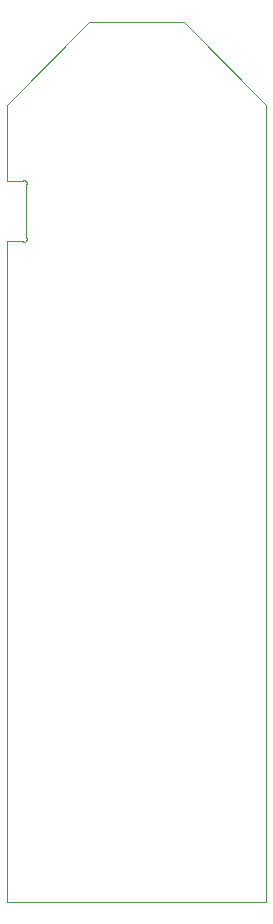
<source format=gko>
G75*
%MOIN*%
%OFA0B0*%
%FSLAX25Y25*%
%IPPOS*%
%LPD*%
%AMOC8*
5,1,8,0,0,1.08239X$1,22.5*
%
%ADD10C,0.00000*%
D10*
X0071197Y0048559D02*
X0071197Y0268835D01*
X0076512Y0268835D01*
X0076553Y0268796D01*
X0076597Y0268760D01*
X0076644Y0268727D01*
X0076693Y0268697D01*
X0076743Y0268671D01*
X0076796Y0268648D01*
X0076849Y0268629D01*
X0076904Y0268614D01*
X0076960Y0268602D01*
X0077017Y0268594D01*
X0077073Y0268590D01*
X0077131Y0268590D01*
X0077187Y0268594D01*
X0077244Y0268602D01*
X0077300Y0268614D01*
X0077355Y0268629D01*
X0077408Y0268648D01*
X0077461Y0268671D01*
X0077511Y0268697D01*
X0077560Y0268727D01*
X0077607Y0268760D01*
X0077651Y0268796D01*
X0077692Y0268835D01*
X0077731Y0268876D01*
X0077767Y0268920D01*
X0077800Y0268967D01*
X0077830Y0269016D01*
X0077856Y0269066D01*
X0077879Y0269119D01*
X0077898Y0269172D01*
X0077913Y0269227D01*
X0077925Y0269283D01*
X0077933Y0269340D01*
X0077937Y0269396D01*
X0077937Y0269454D01*
X0077933Y0269510D01*
X0077925Y0269567D01*
X0077913Y0269623D01*
X0077898Y0269678D01*
X0077879Y0269731D01*
X0077856Y0269784D01*
X0077830Y0269834D01*
X0077800Y0269883D01*
X0077767Y0269930D01*
X0077731Y0269974D01*
X0077692Y0270015D01*
X0077693Y0270016D02*
X0077693Y0287732D01*
X0077692Y0287733D02*
X0077731Y0287774D01*
X0077767Y0287818D01*
X0077800Y0287865D01*
X0077830Y0287914D01*
X0077856Y0287964D01*
X0077879Y0288017D01*
X0077898Y0288070D01*
X0077913Y0288125D01*
X0077925Y0288181D01*
X0077933Y0288238D01*
X0077937Y0288294D01*
X0077937Y0288352D01*
X0077933Y0288408D01*
X0077925Y0288465D01*
X0077913Y0288521D01*
X0077898Y0288576D01*
X0077879Y0288629D01*
X0077856Y0288682D01*
X0077830Y0288732D01*
X0077800Y0288781D01*
X0077767Y0288828D01*
X0077731Y0288872D01*
X0077692Y0288913D01*
X0077651Y0288952D01*
X0077607Y0288988D01*
X0077560Y0289021D01*
X0077511Y0289051D01*
X0077461Y0289077D01*
X0077408Y0289100D01*
X0077355Y0289119D01*
X0077300Y0289134D01*
X0077244Y0289146D01*
X0077187Y0289154D01*
X0077131Y0289158D01*
X0077073Y0289158D01*
X0077017Y0289154D01*
X0076960Y0289146D01*
X0076904Y0289134D01*
X0076849Y0289119D01*
X0076796Y0289100D01*
X0076743Y0289077D01*
X0076693Y0289051D01*
X0076644Y0289021D01*
X0076597Y0288988D01*
X0076553Y0288952D01*
X0076512Y0288913D01*
X0071197Y0288913D01*
X0071197Y0314307D01*
X0098756Y0341866D01*
X0130252Y0341866D01*
X0157811Y0314307D01*
X0157811Y0048559D01*
X0071197Y0048559D01*
M02*

</source>
